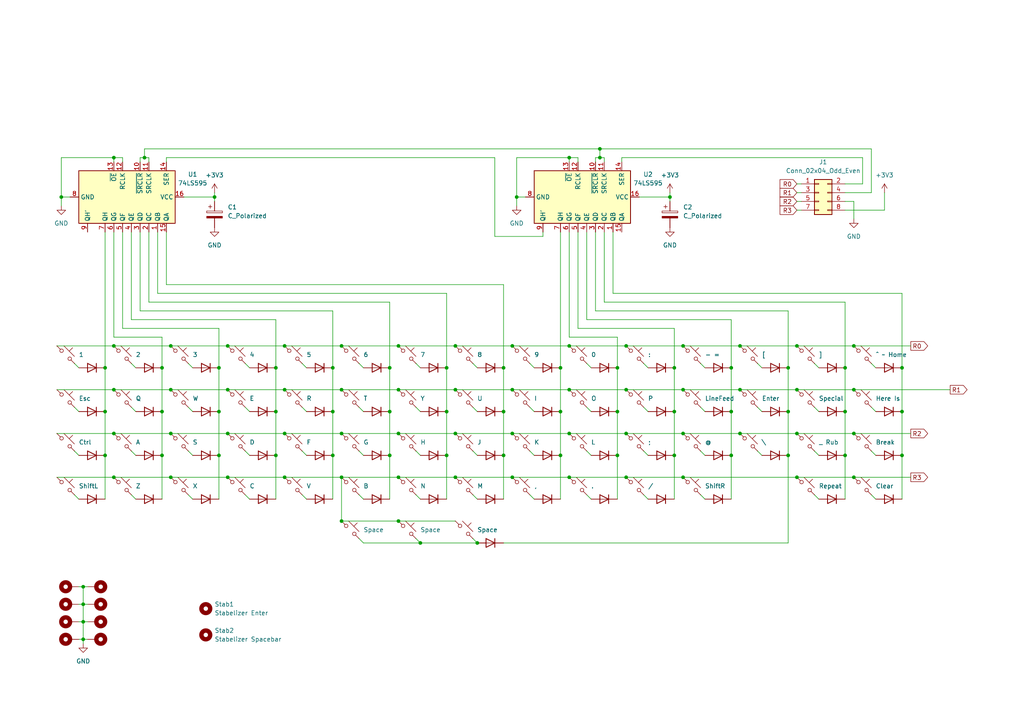
<source format=kicad_sch>
(kicad_sch (version 20211123) (generator eeschema)
  (paper "A4")
  (junction (at 33.02 100.33))
  (junction (at 162.56 106.68))
  (junction (at 148.59 113.03))
  (junction (at 96.52 106.68))
  (junction (at 146.05 106.68))
  (junction (at 247.65 138.43))
  (junction (at 24.13 175.26))
  (junction (at 24.13 170.18))
  (junction (at 115.57 113.03))
  (junction (at 148.59 125.73))
  (junction (at 82.55 113.03))
  (junction (at 132.08 138.43))
  (junction (at 261.62 106.68))
  (junction (at 212.09 132.08))
  (junction (at 99.06 125.73))
  (junction (at 165.1 45.72))
  (junction (at 165.1 113.03))
  (junction (at 96.52 119.38))
  (junction (at 63.5 106.68))
  (junction (at 49.53 100.33))
  (junction (at 82.55 100.33))
  (junction (at 99.06 151.13))
  (junction (at 121.92 157.48))
  (junction (at 149.86 57.15))
  (junction (at 181.61 113.03))
  (junction (at 245.11 106.68))
  (junction (at 214.63 125.73))
  (junction (at 99.06 113.03))
  (junction (at 80.01 119.38))
  (junction (at 66.04 100.33))
  (junction (at 132.08 125.73))
  (junction (at 63.5 119.38))
  (junction (at 129.54 106.68))
  (junction (at 113.03 119.38))
  (junction (at 228.6 119.38))
  (junction (at 228.6 132.08))
  (junction (at 179.07 106.68))
  (junction (at 162.56 119.38))
  (junction (at 33.02 45.72))
  (junction (at 132.08 100.33))
  (junction (at 66.04 125.73))
  (junction (at 30.48 106.68))
  (junction (at 165.1 138.43))
  (junction (at 49.53 138.43))
  (junction (at 148.59 138.43))
  (junction (at 30.48 119.38))
  (junction (at 66.04 113.03))
  (junction (at 24.13 180.34))
  (junction (at 115.57 125.73))
  (junction (at 17.78 57.15))
  (junction (at 173.99 43.18))
  (junction (at 181.61 138.43))
  (junction (at 195.58 106.68))
  (junction (at 181.61 100.33))
  (junction (at 115.57 100.33))
  (junction (at 198.12 100.33))
  (junction (at 173.99 45.72))
  (junction (at 115.57 151.13))
  (junction (at 41.91 45.72))
  (junction (at 162.56 132.08))
  (junction (at 146.05 132.08))
  (junction (at 33.02 125.73))
  (junction (at 247.65 113.03))
  (junction (at 46.99 132.08))
  (junction (at 231.14 100.33))
  (junction (at 247.65 125.73))
  (junction (at 99.06 100.33))
  (junction (at 198.12 113.03))
  (junction (at 49.53 125.73))
  (junction (at 129.54 119.38))
  (junction (at 179.07 132.08))
  (junction (at 247.65 100.33))
  (junction (at 195.58 119.38))
  (junction (at 231.14 113.03))
  (junction (at 24.13 185.42))
  (junction (at 46.99 119.38))
  (junction (at 66.04 138.43))
  (junction (at 181.61 125.73))
  (junction (at 212.09 119.38))
  (junction (at 214.63 100.33))
  (junction (at 132.08 113.03))
  (junction (at 245.11 132.08))
  (junction (at 261.62 132.08))
  (junction (at 165.1 125.73))
  (junction (at 62.23 57.15))
  (junction (at 231.14 125.73))
  (junction (at 80.01 106.68))
  (junction (at 195.58 132.08))
  (junction (at 82.55 138.43))
  (junction (at 228.6 106.68))
  (junction (at 148.59 100.33))
  (junction (at 99.06 138.43))
  (junction (at 212.09 106.68))
  (junction (at 115.57 138.43))
  (junction (at 129.54 132.08))
  (junction (at 82.55 125.73))
  (junction (at 261.62 119.38))
  (junction (at 245.11 119.38))
  (junction (at 198.12 125.73))
  (junction (at 113.03 132.08))
  (junction (at 231.14 138.43))
  (junction (at 96.52 132.08))
  (junction (at 30.48 132.08))
  (junction (at 46.99 106.68))
  (junction (at 33.02 113.03))
  (junction (at 194.31 57.15))
  (junction (at 33.02 138.43))
  (junction (at 198.12 138.43))
  (junction (at 165.1 100.33))
  (junction (at 80.01 132.08))
  (junction (at 146.05 119.38))
  (junction (at 113.03 106.68))
  (junction (at 49.53 113.03))
  (junction (at 214.63 113.03))
  (junction (at 179.07 119.38))
  (junction (at 138.43 157.48))
  (junction (at 63.5 132.08))
  (wire (pts (xy 172.72 45.72) (xy 173.99 45.72)))
  (wire (pts (xy 33.02 100.33) (xy 49.53 100.33)))
  (wire (pts (xy 137.16 105.41) (xy 138.43 106.68)))
  (wire (pts (xy 41.91 43.18) (xy 41.91 45.72)))
  (wire (pts (xy 212.09 92.71) (xy 212.09 106.68)))
  (wire (pts (xy 252.73 43.18) (xy 252.73 55.88)))
  (wire (pts (xy 38.1 118.11) (xy 39.37 119.38)))
  (wire (pts (xy 33.02 138.43) (xy 49.53 138.43)))
  (wire (pts (xy 71.12 118.11) (xy 72.39 119.38)))
  (wire (pts (xy 167.64 46.99) (xy 167.64 45.72)))
  (wire (pts (xy 113.03 106.68) (xy 113.03 119.38)))
  (wire (pts (xy 214.63 125.73) (xy 231.14 125.73)))
  (wire (pts (xy 82.55 125.73) (xy 99.06 125.73)))
  (wire (pts (xy 256.54 55.88) (xy 256.54 60.96)))
  (wire (pts (xy 261.62 119.38) (xy 261.62 132.08)))
  (wire (pts (xy 33.02 125.73) (xy 49.53 125.73)))
  (wire (pts (xy 252.73 105.41) (xy 254 106.68)))
  (wire (pts (xy 120.65 143.51) (xy 121.92 144.78)))
  (wire (pts (xy 212.09 106.68) (xy 212.09 119.38)))
  (wire (pts (xy 212.09 132.08) (xy 212.09 144.78)))
  (wire (pts (xy 96.52 132.08) (xy 96.52 144.78)))
  (wire (pts (xy 35.56 46.99) (xy 35.56 45.72)))
  (wire (pts (xy 120.65 156.21) (xy 121.92 157.48)))
  (wire (pts (xy 245.11 106.68) (xy 245.11 119.38)))
  (wire (pts (xy 236.22 118.11) (xy 237.49 119.38)))
  (wire (pts (xy 179.07 106.68) (xy 179.07 119.38)))
  (wire (pts (xy 104.14 156.21) (xy 105.41 157.48)))
  (wire (pts (xy 256.54 60.96) (xy 245.11 60.96)))
  (wire (pts (xy 99.06 113.03) (xy 115.57 113.03)))
  (wire (pts (xy 104.14 105.41) (xy 105.41 106.68)))
  (wire (pts (xy 22.86 170.18) (xy 24.13 170.18)))
  (wire (pts (xy 40.64 46.99) (xy 40.64 45.72)))
  (wire (pts (xy 172.72 67.31) (xy 172.72 90.17)))
  (wire (pts (xy 46.99 119.38) (xy 46.99 132.08)))
  (wire (pts (xy 185.42 57.15) (xy 194.31 57.15)))
  (wire (pts (xy 121.92 157.48) (xy 138.43 157.48)))
  (wire (pts (xy 54.61 130.81) (xy 55.88 132.08)))
  (wire (pts (xy 148.59 125.73) (xy 165.1 125.73)))
  (wire (pts (xy 203.2 130.81) (xy 204.47 132.08)))
  (wire (pts (xy 33.02 45.72) (xy 33.02 46.99)))
  (wire (pts (xy 167.64 95.25) (xy 195.58 95.25)))
  (wire (pts (xy 214.63 113.03) (xy 231.14 113.03)))
  (wire (pts (xy 245.11 58.42) (xy 247.65 58.42)))
  (wire (pts (xy 48.26 46.99) (xy 48.26 45.72)))
  (wire (pts (xy 149.86 57.15) (xy 152.4 57.15)))
  (wire (pts (xy 228.6 90.17) (xy 228.6 106.68)))
  (wire (pts (xy 181.61 113.03) (xy 198.12 113.03)))
  (wire (pts (xy 247.65 113.03) (xy 275.59 113.03)))
  (wire (pts (xy 137.16 130.81) (xy 138.43 132.08)))
  (wire (pts (xy 143.51 68.58) (xy 157.48 68.58)))
  (wire (pts (xy 17.78 57.15) (xy 17.78 59.69)))
  (wire (pts (xy 96.52 106.68) (xy 96.52 119.38)))
  (wire (pts (xy 17.78 57.15) (xy 20.32 57.15)))
  (wire (pts (xy 35.56 95.25) (xy 63.5 95.25)))
  (wire (pts (xy 203.2 105.41) (xy 204.47 106.68)))
  (wire (pts (xy 43.18 45.72) (xy 43.18 46.99)))
  (wire (pts (xy 148.59 100.33) (xy 165.1 100.33)))
  (wire (pts (xy 63.5 95.25) (xy 63.5 106.68)))
  (wire (pts (xy 236.22 105.41) (xy 237.49 106.68)))
  (wire (pts (xy 172.72 90.17) (xy 228.6 90.17)))
  (wire (pts (xy 82.55 138.43) (xy 99.06 138.43)))
  (wire (pts (xy 148.59 113.03) (xy 165.1 113.03)))
  (wire (pts (xy 30.48 106.68) (xy 30.48 119.38)))
  (wire (pts (xy 62.23 55.88) (xy 62.23 57.15)))
  (wire (pts (xy 38.1 92.71) (xy 80.01 92.71)))
  (wire (pts (xy 40.64 45.72) (xy 41.91 45.72)))
  (wire (pts (xy 49.53 125.73) (xy 66.04 125.73)))
  (wire (pts (xy 153.67 105.41) (xy 154.94 106.68)))
  (wire (pts (xy 71.12 130.81) (xy 72.39 132.08)))
  (wire (pts (xy 231.14 138.43) (xy 247.65 138.43)))
  (wire (pts (xy 48.26 82.55) (xy 146.05 82.55)))
  (wire (pts (xy 198.12 100.33) (xy 214.63 100.33)))
  (wire (pts (xy 113.03 119.38) (xy 113.03 132.08)))
  (wire (pts (xy 120.65 105.41) (xy 121.92 106.68)))
  (wire (pts (xy 175.26 67.31) (xy 175.26 87.63)))
  (wire (pts (xy 99.06 125.73) (xy 115.57 125.73)))
  (wire (pts (xy 186.69 105.41) (xy 187.96 106.68)))
  (wire (pts (xy 247.65 100.33) (xy 264.16 100.33)))
  (wire (pts (xy 115.57 151.13) (xy 132.08 151.13)))
  (wire (pts (xy 170.18 92.71) (xy 212.09 92.71)))
  (wire (pts (xy 153.67 143.51) (xy 154.94 144.78)))
  (wire (pts (xy 173.99 43.18) (xy 173.99 45.72)))
  (wire (pts (xy 214.63 100.33) (xy 231.14 100.33)))
  (wire (pts (xy 46.99 132.08) (xy 46.99 144.78)))
  (wire (pts (xy 33.02 113.03) (xy 49.53 113.03)))
  (wire (pts (xy 22.86 185.42) (xy 24.13 185.42)))
  (wire (pts (xy 179.07 97.79) (xy 179.07 106.68)))
  (wire (pts (xy 165.1 113.03) (xy 181.61 113.03)))
  (wire (pts (xy 261.62 85.09) (xy 261.62 106.68)))
  (wire (pts (xy 24.13 170.18) (xy 24.13 175.26)))
  (wire (pts (xy 146.05 106.68) (xy 146.05 119.38)))
  (wire (pts (xy 129.54 132.08) (xy 129.54 144.78)))
  (wire (pts (xy 105.41 157.48) (xy 121.92 157.48)))
  (wire (pts (xy 38.1 105.41) (xy 39.37 106.68)))
  (wire (pts (xy 63.5 106.68) (xy 63.5 119.38)))
  (wire (pts (xy 17.78 45.72) (xy 33.02 45.72)))
  (wire (pts (xy 16.51 125.73) (xy 33.02 125.73)))
  (wire (pts (xy 17.78 45.72) (xy 17.78 57.15)))
  (wire (pts (xy 228.6 132.08) (xy 228.6 157.48)))
  (wire (pts (xy 87.63 118.11) (xy 88.9 119.38)))
  (wire (pts (xy 252.73 118.11) (xy 254 119.38)))
  (wire (pts (xy 186.69 143.51) (xy 187.96 144.78)))
  (wire (pts (xy 120.65 118.11) (xy 121.92 119.38)))
  (wire (pts (xy 170.18 143.51) (xy 171.45 144.78)))
  (wire (pts (xy 120.65 130.81) (xy 121.92 132.08)))
  (wire (pts (xy 80.01 119.38) (xy 80.01 132.08)))
  (wire (pts (xy 46.99 106.68) (xy 46.99 119.38)))
  (wire (pts (xy 245.11 87.63) (xy 245.11 106.68)))
  (wire (pts (xy 162.56 106.68) (xy 162.56 119.38)))
  (wire (pts (xy 99.06 138.43) (xy 115.57 138.43)))
  (wire (pts (xy 38.1 143.51) (xy 39.37 144.78)))
  (wire (pts (xy 162.56 67.31) (xy 162.56 106.68)))
  (wire (pts (xy 186.69 118.11) (xy 187.96 119.38)))
  (wire (pts (xy 71.12 105.41) (xy 72.39 106.68)))
  (wire (pts (xy 62.23 57.15) (xy 62.23 58.42)))
  (wire (pts (xy 54.61 105.41) (xy 55.88 106.68)))
  (wire (pts (xy 48.26 82.55) (xy 48.26 67.31)))
  (wire (pts (xy 212.09 119.38) (xy 212.09 132.08)))
  (wire (pts (xy 231.14 55.88) (xy 232.41 55.88)))
  (wire (pts (xy 63.5 119.38) (xy 63.5 132.08)))
  (wire (pts (xy 146.05 119.38) (xy 146.05 132.08)))
  (wire (pts (xy 87.63 143.51) (xy 88.9 144.78)))
  (wire (pts (xy 137.16 143.51) (xy 138.43 144.78)))
  (wire (pts (xy 181.61 100.33) (xy 198.12 100.33)))
  (wire (pts (xy 33.02 97.79) (xy 46.99 97.79)))
  (wire (pts (xy 252.73 130.81) (xy 254 132.08)))
  (wire (pts (xy 228.6 106.68) (xy 228.6 119.38)))
  (wire (pts (xy 252.73 143.51) (xy 254 144.78)))
  (wire (pts (xy 129.54 119.38) (xy 129.54 132.08)))
  (wire (pts (xy 16.51 113.03) (xy 33.02 113.03)))
  (wire (pts (xy 115.57 125.73) (xy 132.08 125.73)))
  (wire (pts (xy 162.56 132.08) (xy 162.56 144.78)))
  (wire (pts (xy 33.02 67.31) (xy 33.02 97.79)))
  (wire (pts (xy 54.61 143.51) (xy 55.88 144.78)))
  (wire (pts (xy 53.34 57.15) (xy 62.23 57.15)))
  (wire (pts (xy 173.99 43.18) (xy 252.73 43.18)))
  (wire (pts (xy 228.6 119.38) (xy 228.6 132.08)))
  (wire (pts (xy 261.62 132.08) (xy 261.62 144.78)))
  (wire (pts (xy 231.14 53.34) (xy 232.41 53.34)))
  (wire (pts (xy 80.01 106.68) (xy 80.01 119.38)))
  (wire (pts (xy 261.62 106.68) (xy 261.62 119.38)))
  (wire (pts (xy 180.34 45.72) (xy 250.19 45.72)))
  (wire (pts (xy 54.61 118.11) (xy 55.88 119.38)))
  (wire (pts (xy 132.08 138.43) (xy 148.59 138.43)))
  (wire (pts (xy 177.8 85.09) (xy 261.62 85.09)))
  (wire (pts (xy 247.65 58.42) (xy 247.65 63.5)))
  (wire (pts (xy 71.12 143.51) (xy 72.39 144.78)))
  (wire (pts (xy 143.51 45.72) (xy 143.51 68.58)))
  (wire (pts (xy 149.86 57.15) (xy 149.86 59.69)))
  (wire (pts (xy 175.26 87.63) (xy 245.11 87.63)))
  (wire (pts (xy 165.1 125.73) (xy 181.61 125.73)))
  (wire (pts (xy 162.56 119.38) (xy 162.56 132.08)))
  (wire (pts (xy 247.65 138.43) (xy 264.16 138.43)))
  (wire (pts (xy 231.14 125.73) (xy 247.65 125.73)))
  (wire (pts (xy 250.19 45.72) (xy 250.19 53.34)))
  (wire (pts (xy 175.26 45.72) (xy 175.26 46.99)))
  (wire (pts (xy 25.4 175.26) (xy 24.13 175.26)))
  (wire (pts (xy 173.99 45.72) (xy 175.26 45.72)))
  (wire (pts (xy 25.4 180.34) (xy 24.13 180.34)))
  (wire (pts (xy 167.64 67.31) (xy 167.64 95.25)))
  (wire (pts (xy 30.48 119.38) (xy 30.48 132.08)))
  (wire (pts (xy 40.64 90.17) (xy 40.64 67.31)))
  (wire (pts (xy 245.11 53.34) (xy 250.19 53.34)))
  (wire (pts (xy 157.48 68.58) (xy 157.48 67.31)))
  (wire (pts (xy 41.91 45.72) (xy 43.18 45.72)))
  (wire (pts (xy 170.18 67.31) (xy 170.18 92.71)))
  (wire (pts (xy 236.22 143.51) (xy 237.49 144.78)))
  (wire (pts (xy 41.91 43.18) (xy 173.99 43.18)))
  (wire (pts (xy 179.07 132.08) (xy 179.07 144.78)))
  (wire (pts (xy 219.71 118.11) (xy 220.98 119.38)))
  (wire (pts (xy 132.08 100.33) (xy 148.59 100.33)))
  (wire (pts (xy 170.18 130.81) (xy 171.45 132.08)))
  (wire (pts (xy 165.1 45.72) (xy 167.64 45.72)))
  (wire (pts (xy 24.13 180.34) (xy 24.13 185.42)))
  (wire (pts (xy 38.1 130.81) (xy 39.37 132.08)))
  (wire (pts (xy 198.12 138.43) (xy 231.14 138.43)))
  (wire (pts (xy 195.58 132.08) (xy 195.58 144.78)))
  (wire (pts (xy 43.18 87.63) (xy 43.18 67.31)))
  (wire (pts (xy 21.59 130.81) (xy 22.86 132.08)))
  (wire (pts (xy 170.18 105.41) (xy 171.45 106.68)))
  (wire (pts (xy 46.99 97.79) (xy 46.99 106.68)))
  (wire (pts (xy 181.61 138.43) (xy 198.12 138.43)))
  (wire (pts (xy 203.2 143.51) (xy 204.47 144.78)))
  (wire (pts (xy 195.58 119.38) (xy 195.58 132.08)))
  (wire (pts (xy 148.59 138.43) (xy 165.1 138.43)))
  (wire (pts (xy 66.04 125.73) (xy 82.55 125.73)))
  (wire (pts (xy 25.4 170.18) (xy 24.13 170.18)))
  (wire (pts (xy 245.11 132.08) (xy 245.11 144.78)))
  (wire (pts (xy 25.4 185.42) (xy 24.13 185.42)))
  (wire (pts (xy 195.58 95.25) (xy 195.58 106.68)))
  (wire (pts (xy 129.54 106.68) (xy 129.54 119.38)))
  (wire (pts (xy 24.13 185.42) (xy 24.13 186.69)))
  (wire (pts (xy 132.08 125.73) (xy 148.59 125.73)))
  (wire (pts (xy 49.53 138.43) (xy 66.04 138.43)))
  (wire (pts (xy 87.63 130.81) (xy 88.9 132.08)))
  (wire (pts (xy 99.06 151.13) (xy 115.57 151.13)))
  (wire (pts (xy 186.69 130.81) (xy 187.96 132.08)))
  (wire (pts (xy 33.02 45.72) (xy 35.56 45.72)))
  (wire (pts (xy 198.12 113.03) (xy 214.63 113.03)))
  (wire (pts (xy 231.14 100.33) (xy 247.65 100.33)))
  (wire (pts (xy 66.04 138.43) (xy 82.55 138.43)))
  (wire (pts (xy 30.48 67.31) (xy 30.48 106.68)))
  (wire (pts (xy 219.71 130.81) (xy 220.98 132.08)))
  (wire (pts (xy 177.8 67.31) (xy 177.8 85.09)))
  (wire (pts (xy 165.1 67.31) (xy 165.1 97.79)))
  (wire (pts (xy 113.03 87.63) (xy 113.03 106.68)))
  (wire (pts (xy 99.06 100.33) (xy 115.57 100.33)))
  (wire (pts (xy 49.53 113.03) (xy 66.04 113.03)))
  (wire (pts (xy 129.54 85.09) (xy 129.54 106.68)))
  (wire (pts (xy 104.14 118.11) (xy 105.41 119.38)))
  (wire (pts (xy 132.08 113.03) (xy 148.59 113.03)))
  (wire (pts (xy 87.63 105.41) (xy 88.9 106.68)))
  (wire (pts (xy 115.57 113.03) (xy 132.08 113.03)))
  (wire (pts (xy 43.18 87.63) (xy 113.03 87.63)))
  (wire (pts (xy 21.59 143.51) (xy 22.86 144.78)))
  (wire (pts (xy 137.16 156.21) (xy 138.43 157.48)))
  (wire (pts (xy 198.12 125.73) (xy 214.63 125.73)))
  (wire (pts (xy 16.51 138.43) (xy 33.02 138.43)))
  (wire (pts (xy 82.55 113.03) (xy 99.06 113.03)))
  (wire (pts (xy 194.31 55.88) (xy 194.31 57.15)))
  (wire (pts (xy 35.56 95.25) (xy 35.56 67.31)))
  (wire (pts (xy 21.59 118.11) (xy 22.86 119.38)))
  (wire (pts (xy 22.86 175.26) (xy 24.13 175.26)))
  (wire (pts (xy 203.2 118.11) (xy 204.47 119.38)))
  (wire (pts (xy 146.05 132.08) (xy 146.05 144.78)))
  (wire (pts (xy 245.11 55.88) (xy 252.73 55.88)))
  (wire (pts (xy 30.48 132.08) (xy 30.48 144.78)))
  (wire (pts (xy 236.22 130.81) (xy 237.49 132.08)))
  (wire (pts (xy 228.6 157.48) (xy 146.05 157.48)))
  (wire (pts (xy 172.72 46.99) (xy 172.72 45.72)))
  (wire (pts (xy 21.59 105.41) (xy 22.86 106.68)))
  (wire (pts (xy 146.05 82.55) (xy 146.05 106.68)))
  (wire (pts (xy 99.06 138.43) (xy 99.06 151.13)))
  (wire (pts (xy 66.04 100.33) (xy 82.55 100.33)))
  (wire (pts (xy 113.03 132.08) (xy 113.03 144.78)))
  (wire (pts (xy 115.57 138.43) (xy 132.08 138.43)))
  (wire (pts (xy 16.51 100.33) (xy 33.02 100.33)))
  (wire (pts (xy 165.1 97.79) (xy 179.07 97.79)))
  (wire (pts (xy 45.72 85.09) (xy 129.54 85.09)))
  (wire (pts (xy 22.86 180.34) (xy 24.13 180.34)))
  (wire (pts (xy 231.14 58.42) (xy 232.41 58.42)))
  (wire (pts (xy 153.67 118.11) (xy 154.94 119.38)))
  (wire (pts (xy 38.1 92.71) (xy 38.1 67.31)))
  (wire (pts (xy 104.14 143.51) (xy 105.41 144.78)))
  (wire (pts (xy 219.71 105.41) (xy 220.98 106.68)))
  (wire (pts (xy 80.01 92.71) (xy 80.01 106.68)))
  (wire (pts (xy 247.65 125.73) (xy 264.16 125.73)))
  (wire (pts (xy 104.14 130.81) (xy 105.41 132.08)))
  (wire (pts (xy 80.01 132.08) (xy 80.01 144.78)))
  (wire (pts (xy 165.1 45.72) (xy 165.1 46.99)))
  (wire (pts (xy 96.52 119.38) (xy 96.52 132.08)))
  (wire (pts (xy 63.5 132.08) (xy 63.5 144.78)))
  (wire (pts (xy 115.57 100.33) (xy 132.08 100.33)))
  (wire (pts (xy 82.55 100.33) (xy 99.06 100.33)))
  (wire (pts (xy 149.86 45.72) (xy 165.1 45.72)))
  (wire (pts (xy 45.72 85.09) (xy 45.72 67.31)))
  (wire (pts (xy 66.04 113.03) (xy 82.55 113.03)))
  (wire (pts (xy 49.53 100.33) (xy 66.04 100.33)))
  (wire (pts (xy 40.64 90.17) (xy 96.52 90.17)))
  (wire (pts (xy 165.1 138.43) (xy 181.61 138.43)))
  (wire (pts (xy 231.14 113.03) (xy 247.65 113.03)))
  (wire (pts (xy 179.07 119.38) (xy 179.07 132.08)))
  (wire (pts (xy 137.16 118.11) (xy 138.43 119.38)))
  (wire (pts (xy 48.26 45.72) (xy 143.51 45.72)))
  (wire (pts (xy 96.52 90.17) (xy 96.52 106.68)))
  (wire (pts (xy 180.34 45.72) (xy 180.34 46.99)))
  (wire (pts (xy 170.18 118.11) (xy 171.45 119.38)))
  (wire (pts (xy 195.58 106.68) (xy 195.58 119.38)))
  (wire (pts (xy 231.14 60.96) (xy 232.41 60.96)))
  (wire (pts (xy 165.1 100.33) (xy 181.61 100.33)))
  (wire (pts (xy 149.86 45.72) (xy 149.86 57.15)))
  (wire (pts (xy 245.11 119.38) (xy 245.11 132.08)))
  (wire (pts (xy 24.13 175.26) (xy 24.13 180.34)))
  (wire (pts (xy 153.67 130.81) (xy 154.94 132.08)))
  (wire (pts (xy 194.31 57.15) (xy 194.31 58.42)))
  (wire (pts (xy 181.61 125.73) (xy 198.12 125.73)))
  (global_label "R0" (shape output) (at 264.16 100.33 0) (property "Intersheet References" "${INTERSHEET_REFS}" (effects hide)))
  (global_label "R0" (shape input) (at 231.14 53.34 180) (property "Intersheet References" "${INTERSHEET_REFS}" (effects hide)))
  (global_label "R1" (shape output) (at 275.59 113.03 0) (property "Intersheet References" "${INTERSHEET_REFS}" (effects hide)))
  (global_label "R2" (shape input) (at 231.14 58.42 180) (property "Intersheet References" "${INTERSHEET_REFS}" (effects hide)))
  (global_label "R1" (shape input) (at 231.14 55.88 180) (property "Intersheet References" "${INTERSHEET_REFS}" (effects hide)))
  (global_label "R3" (shape output) (at 264.16 138.43 0) (property "Intersheet References" "${INTERSHEET_REFS}" (effects hide)))
  (global_label "R2" (shape output) (at 264.16 125.73 0) (property "Intersheet References" "${INTERSHEET_REFS}" (effects hide)))
  (global_label "R3" (shape input) (at 231.14 60.96 180) (property "Intersheet References" "${INTERSHEET_REFS}" (effects hide)))
  (symbol (lib_id "Switch:SW_Push_45deg") (at 233.68 102.87 270) (mirror x) (unit 1)
    (property "Reference" "SW55" (effects hide))
    (property "Value" "]" (at 237.49 102.8699 90) (effects (justify left)))
    (property "Footprint" "Keys:SW_Hybrid_Cherry_MX_Alps_1.00u" (effects hide))
  )
  (symbol (lib_id "Diode:1N4148") (at 241.3 132.08 0) (mirror y) (unit 1)
    (property "Reference" "D54" (effects hide))
    (property "Value" "1N4148" (effects hide))
    (property "Footprint" "Diode_THT:D_DO-35_SOD27_P7.62mm_Horizontal" (effects hide))
    (property "Datasheet" "https://assets.nexperia.com/documents/data-sheet/1N4148_1N4448.pdf" (effects hide))
  )
  (symbol (lib_id "Diode:1N4148") (at 224.79 106.68 0) (mirror y) (unit 1)
    (property "Reference" "D50" (effects hide))
    (property "Value" "1N4148" (effects hide))
    (property "Footprint" "Diode_THT:D_DO-35_SOD27_P7.62mm_Horizontal" (effects hide))
    (property "Datasheet" "https://assets.nexperia.com/documents/data-sheet/1N4148_1N4448.pdf" (effects hide))
  )
  (symbol (lib_id "Switch:SW_Push_45deg") (at 233.68 115.57 270) (mirror x) (unit 1)
    (property "Reference" "SW62" (effects hide))
    (property "Value" "Special" (at 237.49 115.5699 90) (effects (justify left)))
    (property "Footprint" "Button_Switch_THT:SW_PUSH-12mm" (effects hide))
  )
  (symbol (lib_id "Switch:SW_Push_45deg") (at 200.66 115.57 270) (mirror x) (unit 1)
    (property "Reference" "SW49" (effects hide))
    (property "Value" "LineFeed" (at 204.47 115.5699 90) (effects (justify left)))
    (property "Footprint" "Keys:SW_Hybrid_Cherry_MX_Alps_1.00u" (effects hide))
  )
  (symbol (lib_id "Diode:1N4148") (at 191.77 106.68 0) (mirror y) (unit 1)
    (property "Reference" "D42" (effects hide))
    (property "Value" "1N4148" (effects hide))
    (property "Footprint" "Diode_THT:D_DO-35_SOD27_P7.62mm_Horizontal" (effects hide))
    (property "Datasheet" "https://assets.nexperia.com/documents/data-sheet/1N4148_1N4448.pdf" (effects hide))
  )
  (symbol (lib_id "Mechanical:MountingHole_Pad") (at 27.94 175.26 270) (unit 1)
    (property "Reference" "H7" (effects hide))
    (property "Value" "MountingHole_Pad" (effects hide))
    (property "Footprint" "MountingHole:MountingHole_3.2mm_M3_Pad_Via" (effects hide))
  )
  (symbol (lib_id "Switch:SW_Push_45deg") (at 52.07 128.27 270) (mirror x) (unit 1)
    (property "Reference" "SW11" (effects hide))
    (property "Value" "S" (at 55.88 128.2699 90) (effects (justify left)))
    (property "Footprint" "Keys:SW_Hybrid_Cherry_MX_Alps_1.00u" (effects hide))
  )
  (symbol (lib_id "Diode:1N4148") (at 191.77 144.78 0) (mirror y) (unit 1)
    (property "Reference" "D45" (effects hide))
    (property "Value" "1N4148" (effects hide))
    (property "Footprint" "Diode_THT:D_DO-35_SOD27_P7.62mm_Horizontal" (effects hide))
    (property "Datasheet" "https://assets.nexperia.com/documents/data-sheet/1N4148_1N4448.pdf" (effects hide))
  )
  (symbol (lib_id "Diode:1N4148") (at 43.18 106.68 0) (mirror y) (unit 1)
    (property "Reference" "D5" (effects hide))
    (property "Value" "1N4148" (effects hide))
    (property "Footprint" "Diode_THT:D_DO-35_SOD27_P7.62mm_Horizontal" (effects hide))
    (property "Datasheet" "https://assets.nexperia.com/documents/data-sheet/1N4148_1N4448.pdf" (effects hide))
  )
  (symbol (lib_id "Switch:SW_Push_45deg") (at 101.6 102.87 270) (mirror x) (unit 1)
    (property "Reference" "SW21" (effects hide))
    (property "Value" "6" (at 105.41 102.8699 90) (effects (justify left)))
    (property "Footprint" "Keys:SW_Hybrid_Cherry_MX_Alps_1.00u" (effects hide))
  )
  (symbol (lib_id "Diode:1N4148") (at 142.24 106.68 0) (mirror y) (unit 1)
    (property "Reference" "D29" (effects hide))
    (property "Value" "1N4148" (effects hide))
    (property "Footprint" "Diode_THT:D_DO-35_SOD27_P7.62mm_Horizontal" (effects hide))
    (property "Datasheet" "https://assets.nexperia.com/documents/data-sheet/1N4148_1N4448.pdf" (effects hide))
  )
  (symbol (lib_id "Switch:SW_Push_45deg") (at 101.6 140.97 270) (mirror x) (unit 1)
    (property "Reference" "SW24" (effects hide))
    (property "Value" "B" (at 105.41 140.9699 90) (effects (justify left)))
    (property "Footprint" "Keys:SW_Hybrid_Cherry_MX_Alps_1.00u" (effects hide))
  )
  (symbol (lib_id "Diode:1N4148") (at 43.18 144.78 0) (mirror y) (unit 1)
    (property "Reference" "D8" (effects hide))
    (property "Value" "1N4148" (effects hide))
    (property "Footprint" "Diode_THT:D_DO-35_SOD27_P7.62mm_Horizontal" (effects hide))
    (property "Datasheet" "https://assets.nexperia.com/documents/data-sheet/1N4148_1N4448.pdf" (effects hide))
  )
  (symbol (lib_id "Mechanical:MountingHole") (at 59.69 184.15 0) (unit 1)
    (property "Reference" "Stab2" (at 62.23 182.8799 0) (effects (justify left)))
    (property "Value" "Stabelizer Spacebar" (at 62.23 185.4199 0) (effects (justify left)))
    (property "Footprint" "KeysStable:Stabilizer_Cherry_MX_6.00u" (effects hide))
  )
  (symbol (lib_id "Switch:SW_Push_45deg") (at 217.17 102.87 270) (mirror x) (unit 1)
    (property "Reference" "SW52" (effects hide))
    (property "Value" "[" (at 220.98 102.8699 90) (effects (justify left)))
    (property "Footprint" "Keys:SW_Hybrid_Cherry_MX_Alps_1.00u" (effects hide))
  )
  (symbol (lib_id "Switch:SW_Push_45deg") (at 167.64 115.57 270) (mirror x) (unit 1)
    (property "Reference" "SW41" (effects hide))
    (property "Value" "O" (at 171.45 115.5699 90) (effects (justify left)))
    (property "Footprint" "Keys:SW_Hybrid_Cherry_MX_Alps_1.00u" (effects hide))
  )
  (symbol (lib_id "Switch:SW_Push_45deg") (at 250.19 102.87 270) (mirror x) (unit 1)
    (property "Reference" "SW58" (effects hide))
    (property "Value" "^ ~ Home" (at 254 102.8699 90) (effects (justify left)))
    (property "Footprint" "Keys:SW_Hybrid_Cherry_MX_Alps_1.00u" (effects hide))
  )
  (symbol (lib_id "Switch:SW_Push_45deg") (at 35.56 102.87 270) (mirror x) (unit 1)
    (property "Reference" "SW5" (effects hide))
    (property "Value" "2" (at 39.37 102.8699 90) (effects (justify left)))
    (property "Footprint" "Keys:SW_Hybrid_Cherry_MX_Alps_1.00u" (effects hide))
  )
  (symbol (lib_id "Diode:1N4148") (at 175.26 144.78 0) (mirror y) (unit 1)
    (property "Reference" "D41" (effects hide))
    (property "Value" "1N4148" (effects hide))
    (property "Footprint" "Diode_THT:D_DO-35_SOD27_P7.62mm_Horizontal" (effects hide))
    (property "Datasheet" "https://assets.nexperia.com/documents/data-sheet/1N4148_1N4448.pdf" (effects hide))
  )
  (symbol (lib_id "Diode:1N4148") (at 241.3 106.68 0) (mirror y) (unit 1)
    (property "Reference" "D53" (effects hide))
    (property "Value" "1N4148" (effects hide))
    (property "Footprint" "Diode_THT:D_DO-35_SOD27_P7.62mm_Horizontal" (effects hide))
    (property "Datasheet" "https://assets.nexperia.com/documents/data-sheet/1N4148_1N4448.pdf" (effects hide))
  )
  (symbol (lib_id "power:GND") (at 149.86 59.69 0) (unit 1)
    (property "Reference" "#PWR0101" (effects hide))
    (property "Value" "GND" (at 149.86 64.77 0))
  )
  (symbol (lib_id "Mechanical:MountingHole_Pad") (at 20.32 185.42 90) (unit 1)
    (property "Reference" "H5" (effects hide))
    (property "Value" "MountingHole_Pad" (effects hide))
    (property "Footprint" "MountingHole:MountingHole_3.2mm_M3_Pad_Via" (effects hide))
  )
  (symbol (lib_id "Diode:1N4148") (at 26.67 144.78 0) (mirror y) (unit 1)
    (property "Reference" "D4" (effects hide))
    (property "Value" "1N4148" (effects hide))
    (property "Footprint" "Diode_THT:D_DO-35_SOD27_P7.62mm_Horizontal" (effects hide))
    (property "Datasheet" "https://assets.nexperia.com/documents/data-sheet/1N4148_1N4448.pdf" (effects hide))
  )
  (symbol (lib_id "Diode:1N4148") (at 59.69 144.78 0) (mirror y) (unit 1)
    (property "Reference" "D12" (effects hide))
    (property "Value" "1N4148" (effects hide))
    (property "Footprint" "Diode_THT:D_DO-35_SOD27_P7.62mm_Horizontal" (effects hide))
    (property "Datasheet" "https://assets.nexperia.com/documents/data-sheet/1N4148_1N4448.pdf" (effects hide))
  )
  (symbol (lib_id "Mechanical:MountingHole_Pad") (at 20.32 170.18 90) (unit 1)
    (property "Reference" "H2" (effects hide))
    (property "Value" "MountingHole_Pad" (effects hide))
    (property "Footprint" "MountingHole:MountingHole_3.2mm_M3_Pad_Via" (effects hide))
  )
  (symbol (lib_id "Switch:SW_Push_45deg") (at 134.62 102.87 270) (mirror x) (unit 1)
    (property "Reference" "SW31" (effects hide))
    (property "Value" "8" (at 138.43 102.8699 90) (effects (justify left)))
    (property "Footprint" "Keys:SW_Hybrid_Cherry_MX_Alps_1.00u" (effects hide))
  )
  (symbol (lib_id "Switch:SW_Push_45deg") (at 101.6 115.57 270) (mirror x) (unit 1)
    (property "Reference" "SW22" (effects hide))
    (property "Value" "T" (at 105.41 115.5699 90) (effects (justify left)))
    (property "Footprint" "Keys:SW_Hybrid_Cherry_MX_Alps_1.00u" (effects hide))
  )
  (symbol (lib_id "power:+3V3") (at 194.31 55.88 0) (unit 1)
    (property "Reference" "#PWR0105" (effects hide))
    (property "Value" "+3V3" (at 194.31 50.8 0))
  )
  (symbol (lib_id "Switch:SW_Push_45deg") (at 85.09 140.97 270) (mirror x) (unit 1)
    (property "Reference" "SW20" (effects hide))
    (property "Value" "V" (at 88.9 140.9699 90) (effects (justify left)))
    (property "Footprint" "Keys:SW_Hybrid_Cherry_MX_Alps_1.00u" (effects hide))
  )
  (symbol (lib_id "Diode:1N4148") (at 26.67 106.68 0) (mirror y) (unit 1)
    (property "Reference" "D1" (effects hide))
    (property "Value" "1N4148" (effects hide))
    (property "Footprint" "Diode_THT:D_DO-35_SOD27_P7.62mm_Horizontal" (effects hide))
    (property "Datasheet" "https://assets.nexperia.com/documents/data-sheet/1N4148_1N4448.pdf" (effects hide))
  )
  (symbol (lib_id "Diode:1N4148") (at 92.71 119.38 0) (mirror y) (unit 1)
    (property "Reference" "D18" (effects hide))
    (property "Value" "1N4148" (effects hide))
    (property "Footprint" "Diode_THT:D_DO-35_SOD27_P7.62mm_Horizontal" (effects hide))
    (property "Datasheet" "https://assets.nexperia.com/documents/data-sheet/1N4148_1N4448.pdf" (effects hide))
  )
  (symbol (lib_id "Diode:1N4148") (at 92.71 144.78 0) (mirror y) (unit 1)
    (property "Reference" "D20" (effects hide))
    (property "Value" "1N4148" (effects hide))
    (property "Footprint" "Diode_THT:D_DO-35_SOD27_P7.62mm_Horizontal" (effects hide))
    (property "Datasheet" "https://assets.nexperia.com/documents/data-sheet/1N4148_1N4448.pdf" (effects hide))
  )
  (symbol (lib_id "Diode:1N4148") (at 175.26 119.38 0) (mirror y) (unit 1)
    (property "Reference" "D39" (effects hide))
    (property "Value" "1N4148" (effects hide))
    (property "Footprint" "Diode_THT:D_DO-35_SOD27_P7.62mm_Horizontal" (effects hide))
    (property "Datasheet" "https://assets.nexperia.com/documents/data-sheet/1N4148_1N4448.pdf" (effects hide))
  )
  (symbol (lib_id "Diode:1N4148") (at 76.2 132.08 0) (mirror y) (unit 1)
    (property "Reference" "D15" (effects hide))
    (property "Value" "1N4148" (effects hide))
    (property "Footprint" "Diode_THT:D_DO-35_SOD27_P7.62mm_Horizontal" (effects hide))
    (property "Datasheet" "https://assets.nexperia.com/documents/data-sheet/1N4148_1N4448.pdf" (effects hide))
  )
  (symbol (lib_id "Switch:SW_Push_45deg") (at 52.07 140.97 270) (mirror x) (unit 1)
    (property "Reference" "SW12" (effects hide))
    (property "Value" "X" (at 55.88 140.9699 90) (effects (justify left)))
    (property "Footprint" "Keys:SW_Hybrid_Cherry_MX_Alps_1.00u" (effects hide))
  )
  (symbol (lib_id "Switch:SW_Push_45deg") (at 118.11 153.67 270) (mirror x) (unit 1)
    (property "Reference" "SW30" (effects hide))
    (property "Value" "Space" (at 121.92 153.6699 90) (effects (justify left)))
    (property "Footprint" "Keys:SW_Hybrid_Cherry_MX_Alps_6.50u" (effects hide))
  )
  (symbol (lib_id "Diode:1N4148") (at 125.73 132.08 0) (mirror y) (unit 1)
    (property "Reference" "D27" (effects hide))
    (property "Value" "1N4148" (effects hide))
    (property "Footprint" "Diode_THT:D_DO-35_SOD27_P7.62mm_Horizontal" (effects hide))
    (property "Datasheet" "https://assets.nexperia.com/documents/data-sheet/1N4148_1N4448.pdf" (effects hide))
  )
  (symbol (lib_id "Diode:1N4148") (at 158.75 132.08 0) (mirror y) (unit 1)
    (property "Reference" "D36" (effects hide))
    (property "Value" "1N4148" (effects hide))
    (property "Footprint" "Diode_THT:D_DO-35_SOD27_P7.62mm_Horizontal" (effects hide))
    (property "Datasheet" "https://assets.nexperia.com/documents/data-sheet/1N4148_1N4448.pdf" (effects hide))
  )
  (symbol (lib_id "Diode:1N4148") (at 241.3 119.38 0) (mirror y) (unit 1)
    (property "Reference" "D60" (effects hide))
    (property "Value" "1N4148" (effects hide))
    (property "Footprint" "Diode_THT:D_DO-35_SOD27_P7.62mm_Horizontal" (effects hide))
    (property "Datasheet" "https://assets.nexperia.com/documents/data-sheet/1N4148_1N4448.pdf" (effects hide))
  )
  (symbol (lib_id "Switch:SW_Push_45deg") (at 85.09 115.57 270) (mirror x) (unit 1)
    (property "Reference" "SW18" (effects hide))
    (property "Value" "R" (at 88.9 115.5699 90) (effects (justify left)))
    (property "Footprint" "Keys:SW_Hybrid_Cherry_MX_Alps_1.00u" (effects hide))
  )
  (symbol (lib_id "Diode:1N4148") (at 257.81 119.38 0) (mirror y) (unit 1)
    (property "Reference" "D57" (effects hide))
    (property "Value" "1N4148" (effects hide))
    (property "Footprint" "Diode_THT:D_DO-35_SOD27_P7.62mm_Horizontal" (effects hide))
    (property "Datasheet" "https://assets.nexperia.com/documents/data-sheet/1N4148_1N4448.pdf" (effects hide))
  )
  (symbol (lib_id "Diode:1N4148") (at 26.67 132.08 0) (mirror y) (unit 1)
    (property "Reference" "D3" (effects hide))
    (property "Value" "1N4148" (effects hide))
    (property "Footprint" "Diode_THT:D_DO-35_SOD27_P7.62mm_Horizontal" (effects hide))
    (property "Datasheet" "https://assets.nexperia.com/documents/data-sheet/1N4148_1N4448.pdf" (effects hide))
  )
  (symbol (lib_id "power:GND") (at 17.78 59.69 0) (unit 1)
    (property "Reference" "#PWR0104" (effects hide))
    (property "Value" "GND" (at 17.78 64.77 0))
  )
  (symbol (lib_id "Switch:SW_Push_45deg") (at 167.64 140.97 270) (mirror x) (unit 1)
    (property "Reference" "SW43" (effects hide))
    (property "Value" "." (at 171.45 140.9699 90) (effects (justify left)))
    (property "Footprint" "Keys:SW_Hybrid_Cherry_MX_Alps_1.00u" (effects hide))
  )
  (symbol (lib_id "Switch:SW_Push_45deg") (at 250.19 128.27 270) (mirror x) (unit 1)
    (property "Reference" "SW60" (effects hide))
    (property "Value" "Break" (at 254 128.2699 90) (effects (justify left)))
    (property "Footprint" "Keys:SW_Hybrid_Cherry_MX_Alps_1.00u" (effects hide))
  )
  (symbol (lib_id "Switch:SW_Push_45deg") (at 19.05 115.57 270) (mirror x) (unit 1)
    (property "Reference" "SW2" (effects hide))
    (property "Value" "Esc" (at 22.86 115.5699 90) (effects (justify left)))
    (property "Footprint" "Keys:SW_Hybrid_Cherry_MX_Alps_1.00u" (effects hide))
  )
  (symbol (lib_id "Mechanical:MountingHole_Pad") (at 27.94 180.34 270) (unit 1)
    (property "Reference" "H8" (effects hide))
    (property "Value" "MountingHole_Pad" (effects hide))
    (property "Footprint" "MountingHole:MountingHole_3.2mm_M3_Pad_Via" (effects hide))
  )
  (symbol (lib_id "Mechanical:MountingHole_Pad") (at 27.94 185.42 270) (unit 1)
    (property "Reference" "H1" (effects hide))
    (property "Value" "MountingHole_Pad" (effects hide))
    (property "Footprint" "MountingHole:MountingHole_3.2mm_M3_Pad_Via" (effects hide))
  )
  (symbol (lib_id "Switch:SW_Push_45deg") (at 151.13 102.87 270) (mirror x) (unit 1)
    (property "Reference" "SW36" (effects hide))
    (property "Value" "9" (at 154.94 102.8699 90) (effects (justify left)))
    (property "Footprint" "Keys:SW_Hybrid_Cherry_MX_Alps_1.00u" (effects hide))
  )
  (symbol (lib_id "Switch:SW_Push_45deg") (at 52.07 115.57 270) (mirror x) (unit 1)
    (property "Reference" "SW10" (effects hide))
    (property "Value" "W" (at 55.88 115.5699 90) (effects (justify left)))
    (property "Footprint" "Keys:SW_Hybrid_Cherry_MX_Alps_1.00u" (effects hide))
  )
  (symbol (lib_id "Switch:SW_Push_45deg") (at 118.11 128.27 270) (mirror x) (unit 1)
    (property "Reference" "SW28" (effects hide))
    (property "Value" "H" (at 121.92 128.2699 90) (effects (justify left)))
    (property "Footprint" "Keys:SW_Hybrid_Cherry_MX_Alps_1.00u" (effects hide))
  )
  (symbol (lib_id "Diode:1N4148") (at 224.79 119.38 0) (mirror y) (unit 1)
    (property "Reference" "D51" (effects hide))
    (property "Value" "1N4148" (effects hide))
    (property "Footprint" "Diode_THT:D_DO-35_SOD27_P7.62mm_Horizontal" (effects hide))
    (property "Datasheet" "https://assets.nexperia.com/documents/data-sheet/1N4148_1N4448.pdf" (effects hide))
  )
  (symbol (lib_id "Diode:1N4148") (at 76.2 119.38 0) (mirror y) (unit 1)
    (property "Reference" "D14" (effects hide))
    (property "Value" "1N4148" (effects hide))
    (property "Footprint" "Diode_THT:D_DO-35_SOD27_P7.62mm_Horizontal" (effects hide))
    (property "Datasheet" "https://assets.nexperia.com/documents/data-sheet/1N4148_1N4448.pdf" (effects hide))
  )
  (symbol (lib_id "Diode:1N4148") (at 257.81 106.68 0) (mirror y) (unit 1)
    (property "Reference" "D56" (effects hide))
    (property "Value" "1N4148" (effects hide))
    (property "Footprint" "Diode_THT:D_DO-35_SOD27_P7.62mm_Horizontal" (effects hide))
    (property "Datasheet" "https://assets.nexperia.com/documents/data-sheet/1N4148_1N4448.pdf" (effects hide))
  )
  (symbol (lib_id "Diode:1N4148") (at 142.24 119.38 0) (mirror y) (unit 1)
    (property "Reference" "D30" (effects hide))
    (property "Value" "1N4148" (effects hide))
    (property "Footprint" "Diode_THT:D_DO-35_SOD27_P7.62mm_Horizontal" (effects hide))
    (property "Datasheet" "https://assets.nexperia.com/documents/data-sheet/1N4148_1N4448.pdf" (effects hide))
  )
  (symbol (lib_id "Switch:SW_Push_45deg") (at 85.09 128.27 270) (mirror x) (unit 1)
    (property "Reference" "SW19" (effects hide))
    (property "Value" "F" (at 88.9 128.2699 90) (effects (justify left)))
    (property "Footprint" "Keys:SW_Hybrid_Cherry_MX_Alps_1.00u" (effects hide))
  )
  (symbol (lib_id "Diode:1N4148") (at 76.2 106.68 0) (mirror y) (unit 1)
    (property "Reference" "D13" (effects hide))
    (property "Value" "1N4148" (effects hide))
    (property "Footprint" "Diode_THT:D_DO-35_SOD27_P7.62mm_Horizontal" (effects hide))
    (property "Datasheet" "https://assets.nexperia.com/documents/data-sheet/1N4148_1N4448.pdf" (effects hide))
  )
  (symbol (lib_id "Switch:SW_Push_45deg") (at 151.13 115.57 270) (mirror x) (unit 1)
    (property "Reference" "SW37" (effects hide))
    (property "Value" "I" (at 154.94 115.5699 90) (effects (justify left)))
    (property "Footprint" "Keys:SW_Hybrid_Cherry_MX_Alps_1.00u" (effects hide))
  )
  (symbol (lib_id "Diode:1N4148") (at 208.28 106.68 0) (mirror y) (unit 1)
    (property "Reference" "D46" (effects hide))
    (property "Value" "1N4148" (effects hide))
    (property "Footprint" "Diode_THT:D_DO-35_SOD27_P7.62mm_Horizontal" (effects hide))
    (property "Datasheet" "https://assets.nexperia.com/documents/data-sheet/1N4148_1N4448.pdf" (effects hide))
  )
  (symbol (lib_id "Mechanical:MountingHole_Pad") (at 20.32 175.26 90) (unit 1)
    (property "Reference" "H3" (effects hide))
    (property "Value" "MountingHole_Pad" (effects hide))
    (property "Footprint" "MountingHole:MountingHole_3.2mm_M3_Pad_Via" (effects hide))
  )
  (symbol (lib_id "Diode:1N4148") (at 175.26 106.68 0) (mirror y) (unit 1)
    (property "Reference" "D38" (effects hide))
    (property "Value" "1N4148" (effects hide))
    (property "Footprint" "Diode_THT:D_DO-35_SOD27_P7.62mm_Horizontal" (effects hide))
    (property "Datasheet" "https://assets.nexperia.com/documents/data-sheet/1N4148_1N4448.pdf" (effects hide))
  )
  (symbol (lib_id "Diode:1N4148") (at 158.75 144.78 0) (mirror y) (unit 1)
    (property "Reference" "D37" (effects hide))
    (property "Value" "1N4148" (effects hide))
    (property "Footprint" "Diode_THT:D_DO-35_SOD27_P7.62mm_Horizontal" (effects hide))
    (property "Datasheet" "https://assets.nexperia.com/documents/data-sheet/1N4148_1N4448.pdf" (effects hide))
  )
  (symbol (lib_id "Mechanical:MountingHole") (at 59.69 176.53 0) (unit 1)
    (property "Reference" "Stab1" (at 62.23 175.2599 0) (effects (justify left)))
    (property "Value" "Stabelizer Enter" (at 62.23 177.7999 0) (effects (justify left)))
    (property "Footprint" "KeysStable:Stabilizer_Cherry_MX_2.00u" (effects hide))
  )
  (symbol (lib_id "Diode:1N4148") (at 208.28 144.78 0) (mirror y) (unit 1)
    (property "Reference" "D49" (effects hide))
    (property "Value" "1N4148" (effects hide))
    (property "Footprint" "Diode_THT:D_DO-35_SOD27_P7.62mm_Horizontal" (effects hide))
    (property "Datasheet" "https://assets.nexperia.com/documents/data-sheet/1N4148_1N4448.pdf" (effects hide))
  )
  (symbol (lib_id "Switch:SW_Push_45deg") (at 167.64 128.27 270) (mirror x) (unit 1)
    (property "Reference" "SW42" (effects hide))
    (property "Value" "L" (at 171.45 128.2699 90) (effects (justify left)))
    (property "Footprint" "Keys:SW_Hybrid_Cherry_MX_Alps_1.00u" (effects hide))
  )
  (symbol (lib_id "Diode:1N4148") (at 191.77 119.38 0) (mirror y) (unit 1)
    (property "Reference" "D43" (effects hide))
    (property "Value" "1N4148" (effects hide))
    (property "Footprint" "Diode_THT:D_DO-35_SOD27_P7.62mm_Horizontal" (effects hide))
    (property "Datasheet" "https://assets.nexperia.com/documents/data-sheet/1N4148_1N4448.pdf" (effects hide))
  )
  (symbol (lib_id "Diode:1N4148") (at 92.71 106.68 0) (mirror y) (unit 1)
    (property "Reference" "D17" (effects hide))
    (property "Value" "1N4148" (effects hide))
    (property "Footprint" "Diode_THT:D_DO-35_SOD27_P7.62mm_Horizontal" (effects hide))
    (property "Datasheet" "https://assets.nexperia.com/documents/data-sheet/1N4148_1N4448.pdf" (effects hide))
  )
  (symbol (lib_id "Switch:SW_Push_45deg") (at 118.11 102.87 270) (mirror x) (unit 1)
    (property "Reference" "SW26" (effects hide))
    (property "Value" "7" (at 121.92 102.8699 90) (effects (justify left)))
    (property "Footprint" "Keys:SW_Hybrid_Cherry_MX_Alps_1.00u" (effects hide))
  )
  (symbol (lib_id "Switch:SW_Push_45deg") (at 250.19 140.97 270) (mirror x) (unit 1)
    (property "Reference" "SW61" (effects hide))
    (property "Value" "Clear" (at 254 140.9699 90) (effects (justify left)))
    (property "Footprint" "Keys:SW_Hybrid_Cherry_MX_Alps_1.00u" (effects hide))
  )
  (symbol (lib_id "Switch:SW_Push_45deg") (at 233.68 128.27 270) (mirror x) (unit 1)
    (property "Reference" "SW56" (effects hide))
    (property "Value" "_ Rub" (at 237.49 128.2699 90) (effects (justify left)))
    (property "Footprint" "Keys:SW_Hybrid_Cherry_MX_Alps_1.00u" (effects hide))
  )
  (symbol (lib_id "74xx:74LS595") (at 38.1 57.15 270) (unit 1)
    (property "Reference" "U1" (at 55.88 50.5712 90))
    (property "Value" "74LS595" (at 55.88 53.1112 90))
    (property "Footprint" "Package_DIP:DIP-16_W7.62mm_Socket" (effects hide))
    (property "Datasheet" "http://www.ti.com/lit/gpn/sn74ls595" (effects hide))
  )
  (symbol (lib_id "Diode:1N4148") (at 125.73 106.68 0) (mirror y) (unit 1)
    (property "Reference" "D25" (effects hide))
    (property "Value" "1N4148" (effects hide))
    (property "Footprint" "Diode_THT:D_DO-35_SOD27_P7.62mm_Horizontal" (effects hide))
    (property "Datasheet" "https://assets.nexperia.com/documents/data-sheet/1N4148_1N4448.pdf" (effects hide))
  )
  (symbol (lib_id "Switch:SW_Push_45deg") (at 101.6 153.67 270) (mirror x) (unit 1)
    (property "Reference" "SW25" (effects hide))
    (property "Value" "Space" (at 105.41 153.6699 90) (effects (justify left)))
    (property "Footprint" "Keys:SW_Hybrid_Cherry_MX_Alps_1.50u" (effects hide))
  )
  (symbol (lib_id "Connector_Generic:Conn_02x04_Odd_Even") (at 237.49 55.88 0) (unit 1)
    (property "Reference" "J1" (at 238.76 46.99 0))
    (property "Value" "Conn_02x04_Odd_Even" (at 238.76 49.53 0))
    (property "Footprint" "Connector_IDC:IDC-Header_2x04_P2.54mm_Vertical" (effects hide))
  )
  (symbol (lib_id "Switch:SW_Push_45deg") (at 19.05 102.87 270) (mirror x) (unit 1)
    (property "Reference" "SW1" (effects hide))
    (property "Value" "1" (at 22.86 102.8699 90) (effects (justify left)))
    (property "Footprint" "Keys:SW_Hybrid_Cherry_MX_Alps_1.00u" (effects hide))
  )
  (symbol (lib_id "Switch:SW_Push_45deg") (at 184.15 115.57 270) (mirror x) (unit 1)
    (property "Reference" "SW45" (effects hide))
    (property "Value" "P" (at 187.96 115.5699 90) (effects (justify left)))
    (property "Footprint" "Keys:SW_Hybrid_Cherry_MX_Alps_1.00u" (effects hide))
  )
  (symbol (lib_id "Diode:1N4148") (at 92.71 132.08 0) (mirror y) (unit 1)
    (property "Reference" "D19" (effects hide))
    (property "Value" "1N4148" (effects hide))
    (property "Footprint" "Diode_THT:D_DO-35_SOD27_P7.62mm_Horizontal" (effects hide))
    (property "Datasheet" "https://assets.nexperia.com/documents/data-sheet/1N4148_1N4448.pdf" (effects hide))
  )
  (symbol (lib_id "Switch:SW_Push_45deg") (at 184.15 128.27 270) (mirror x) (unit 1)
    (property "Reference" "SW46" (effects hide))
    (property "Value" ";" (at 187.96 128.2699 90) (effects (justify left)))
    (property "Footprint" "Keys:SW_Hybrid_Cherry_MX_Alps_1.00u" (effects hide))
  )
  (symbol (lib_id "Switch:SW_Push_45deg") (at 151.13 128.27 270) (mirror x) (unit 1)
    (property "Reference" "SW38" (effects hide))
    (property "Value" "K" (at 154.94 128.2699 90) (effects (justify left)))
    (property "Footprint" "Keys:SW_Hybrid_Cherry_MX_Alps_1.00u" (effects hide))
  )
  (symbol (lib_id "power:+3V3") (at 62.23 55.88 0) (unit 1)
    (property "Reference" "#PWR0103" (effects hide))
    (property "Value" "+3V3" (at 62.23 50.8 0))
  )
  (symbol (lib_id "Diode:1N4148") (at 109.22 106.68 0) (mirror y) (unit 1)
    (property "Reference" "D21" (effects hide))
    (property "Value" "1N4148" (effects hide))
    (property "Footprint" "Diode_THT:D_DO-35_SOD27_P7.62mm_Horizontal" (effects hide))
    (property "Datasheet" "https://assets.nexperia.com/documents/data-sheet/1N4148_1N4448.pdf" (effects hide))
  )
  (symbol (lib_id "Switch:SW_Push_45deg") (at 85.09 102.87 270) (mirror x) (unit 1)
    (property "Reference" "SW17" (effects hide))
    (property "Value" "5" (at 88.9 102.8699 90) (effects (justify left)))
    (property "Footprint" "Keys:SW_Hybrid_Cherry_MX_Alps_1.00u" (effects hide))
  )
  (symbol (lib_id "Switch:SW_Push_45deg") (at 134.62 115.57 270) (mirror x) (unit 1)
    (property "Reference" "SW32" (effects hide))
    (property "Value" "U" (at 138.43 115.5699 90) (effects (justify left)))
    (property "Footprint" "Keys:SW_Hybrid_Cherry_MX_Alps_1.00u" (effects hide))
  )
  (symbol (lib_id "Switch:SW_Push_45deg") (at 101.6 128.27 270) (mirror x) (unit 1)
    (property "Reference" "SW23" (effects hide))
    (property "Value" "G" (at 105.41 128.2699 90) (effects (justify left)))
    (property "Footprint" "Keys:SW_Hybrid_Cherry_MX_Alps_1.00u" (effects hide))
  )
  (symbol (lib_id "Switch:SW_Push_45deg") (at 19.05 140.97 270) (mirror x) (unit 1)
    (property "Reference" "SW4" (effects hide))
    (property "Value" "ShiftL" (at 22.86 140.9699 90) (effects (justify left)))
    (property "Footprint" "Keys:SW_Hybrid_Cherry_MX_Alps_1.50u" (effects hide))
  )
  (symbol (lib_id "74xx:74LS595") (at 170.18 57.15 270) (unit 1)
    (property "Reference" "U2" (at 187.96 50.5712 90))
    (property "Value" "74LS595" (at 187.96 53.1112 90))
    (property "Footprint" "Package_DIP:DIP-16_W7.62mm_Socket" (effects hide))
    (property "Datasheet" "http://www.ti.com/lit/gpn/sn74ls595" (effects hide))
  )
  (symbol (lib_id "Diode:1N4148") (at 109.22 132.08 0) (mirror y) (unit 1)
    (property "Reference" "D23" (effects hide))
    (property "Value" "1N4148" (effects hide))
    (property "Footprint" "Diode_THT:D_DO-35_SOD27_P7.62mm_Horizontal" (effects hide))
    (property "Datasheet" "https://assets.nexperia.com/documents/data-sheet/1N4148_1N4448.pdf" (effects hide))
  )
  (symbol (lib_id "Diode:1N4148") (at 142.24 132.08 0) (mirror y) (unit 1)
    (property "Reference" "D31" (effects hide))
    (property "Value" "1N4148" (effects hide))
    (property "Footprint" "Diode_THT:D_DO-35_SOD27_P7.62mm_Horizontal" (effects hide))
    (property "Datasheet" "https://assets.nexperia.com/documents/data-sheet/1N4148_1N4448.pdf" (effects hide))
  )
  (symbol (lib_id "Mechanical:MountingHole_Pad") (at 27.94 170.18 270) (unit 1)
    (property "Reference" "H6" (effects hide))
    (property "Value" "MountingHole_Pad" (effects hide))
    (property "Footprint" "MountingHole:MountingHole_3.2mm_M3_Pad_Via" (effects hide))
  )
  (symbol (lib_id "Switch:SW_Push_45deg") (at 184.15 102.87 270) (mirror x) (unit 1)
    (property "Reference" "SW44" (effects hide))
    (property "Value" ":" (at 187.96 102.8699 90) (effects (justify left)))
    (property "Footprint" "Keys:SW_Hybrid_Cherry_MX_Alps_1.00u" (effects hide))
  )
  (symbol (lib_id "power:GND") (at 194.31 66.04 0) (unit 1)
    (property "Reference" "#PWR0106" (effects hide))
    (property "Value" "GND" (at 194.31 71.12 0))
  )
  (symbol (lib_id "Switch:SW_Push_45deg") (at 118.11 115.57 270) (mirror x) (unit 1)
    (property "Reference" "SW27" (effects hide))
    (property "Value" "Y" (at 121.92 115.5699 90) (effects (justify left)))
    (property "Footprint" "Keys:SW_Hybrid_Cherry_MX_Alps_1.00u" (effects hide))
  )
  (symbol (lib_id "Diode:1N4148") (at 59.69 106.68 0) (mirror y) (unit 1)
    (property "Reference" "D9" (effects hide))
    (property "Value" "1N4148" (effects hide))
    (property "Footprint" "Diode_THT:D_DO-35_SOD27_P7.62mm_Horizontal" (effects hide))
    (property "Datasheet" "https://assets.nexperia.com/documents/data-sheet/1N4148_1N4448.pdf" (effects hide))
  )
  (symbol (lib_id "Diode:1N4148") (at 158.75 106.68 0) (mirror y) (unit 1)
    (property "Reference" "D34" (effects hide))
    (property "Value" "1N4148" (effects hide))
    (property "Footprint" "Diode_THT:D_DO-35_SOD27_P7.62mm_Horizontal" (effects hide))
    (property "Datasheet" "https://assets.nexperia.com/documents/data-sheet/1N4148_1N4448.pdf" (effects hide))
  )
  (symbol (lib_id "Switch:SW_Push_45deg") (at 68.58 115.57 270) (mirror x) (unit 1)
    (property "Reference" "SW14" (effects hide))
    (property "Value" "E" (at 72.39 115.5699 90) (effects (justify left)))
    (property "Footprint" "Keys:SW_Hybrid_Cherry_MX_Alps_1.00u" (effects hide))
  )
  (symbol (lib_id "Switch:SW_Push_45deg") (at 217.17 115.57 270) (mirror x) (unit 1)
    (property "Reference" "SW53" (effects hide))
    (property "Value" "Enter" (at 220.98 115.5699 90) (effects (justify left)))
    (property "Footprint" "Keys:SW_Hybrid_Cherry_MX_Alps_2.00u" (effects hide))
  )
  (symbol (lib_id "Switch:SW_Push_45deg") (at 52.07 102.87 270) (mirror x) (unit 1)
    (property "Reference" "SW9" (effects hide))
    (property "Value" "3" (at 55.88 102.8699 90) (effects (justify left)))
    (property "Footprint" "Keys:SW_Hybrid_Cherry_MX_Alps_1.00u" (effects hide))
  )
  (symbol (lib_id "Diode:1N4148") (at 142.24 157.48 0) (mirror y) (unit 1)
    (property "Reference" "D33" (effects hide))
    (property "Value" "1N4148" (effects hide))
    (property "Footprint" "Diode_THT:D_DO-35_SOD27_P7.62mm_Horizontal" (effects hide))
    (property "Datasheet" "https://assets.nexperia.com/documents/data-sheet/1N4148_1N4448.pdf" (effects hide))
  )
  (symbol (lib_id "Switch:SW_Push_45deg") (at 134.62 153.67 270) (mirror x) (unit 1)
    (property "Reference" "SW35" (effects hide))
    (property "Value" "Space" (at 138.43 153.6699 90) (effects (justify left)))
    (property "Footprint" "Keys:SW_Hybrid_Cherry_MX_Alps_1.50u" (effects hide))
  )
  (symbol (lib_id "Diode:1N4148") (at 125.73 119.38 0) (mirror y) (unit 1)
    (property "Reference" "D26" (effects hide))
    (property "Value" "1N4148" (effects hide))
    (property "Footprint" "Diode_THT:D_DO-35_SOD27_P7.62mm_Horizontal" (effects hide))
    (property "Datasheet" "https://assets.nexperia.com/documents/data-sheet/1N4148_1N4448.pdf" (effects hide))
  )
  (symbol (lib_id "power:GND") (at 62.23 66.04 0) (unit 1)
    (property "Reference" "#PWR0102" (effects hide))
    (property "Value" "GND" (at 62.23 71.12 0))
  )
  (symbol (lib_id "Switch:SW_Push_45deg") (at 68.58 128.27 270) (mirror x) (unit 1)
    (property "Reference" "SW15" (effects hide))
    (property "Value" "D" (at 72.39 128.2699 90) (effects (justify left)))
    (property "Footprint" "Keys:SW_Hybrid_Cherry_MX_Alps_1.00u" (effects hide))
  )
  (symbol (lib_id "Diode:1N4148") (at 76.2 144.78 0) (mirror y) (unit 1)
    (property "Reference" "D16" (effects hide))
    (property "Value" "1N4148" (effects hide))
    (property "Footprint" "Diode_THT:D_DO-35_SOD27_P7.62mm_Horizontal" (effects hide))
    (property "Datasheet" "https://assets.nexperia.com/documents/data-sheet/1N4148_1N4448.pdf" (effects hide))
  )
  (symbol (lib_id "Switch:SW_Push_45deg") (at 134.62 140.97 270) (mirror x) (unit 1)
    (property "Reference" "SW34" (effects hide))
    (property "Value" "M" (at 138.43 140.9699 90) (effects (justify left)))
    (property "Footprint" "Keys:SW_Hybrid_Cherry_MX_Alps_1.00u" (effects hide))
  )
  (symbol (lib_id "Switch:SW_Push_45deg") (at 68.58 102.87 270) (mirror x) (unit 1)
    (property "Reference" "SW13" (effects hide))
    (property "Value" "4" (at 72.39 102.8699 90) (effects (justify left)))
    (property "Footprint" "Keys:SW_Hybrid_Cherry_MX_Alps_1.00u" (effects hide))
  )
  (symbol (lib_id "Switch:SW_Push_45deg") (at 200.66 128.27 270) (mirror x) (unit 1)
    (property "Reference" "SW50" (effects hide))
    (property "Value" "@" (at 204.47 128.2699 90) (effects (justify left)))
    (property "Footprint" "Keys:SW_Hybrid_Cherry_MX_Alps_1.00u" (effects hide))
  )
  (symbol (lib_id "Diode:1N4148") (at 208.28 132.08 0) (mirror y) (unit 1)
    (property "Reference" "D48" (effects hide))
    (property "Value" "1N4148" (effects hide))
    (property "Footprint" "Diode_THT:D_DO-35_SOD27_P7.62mm_Horizontal" (effects hide))
    (property "Datasheet" "https://assets.nexperia.com/documents/data-sheet/1N4148_1N4448.pdf" (effects hide))
  )
  (symbol (lib_id "Diode:1N4148") (at 257.81 132.08 0) (mirror y) (unit 1)
    (property "Reference" "D58" (effects hide))
    (property "Value" "1N4148" (effects hide))
    (property "Footprint" "Diode_THT:D_DO-35_SOD27_P7.62mm_Horizontal" (effects hide))
    (property "Datasheet" "https://assets.nexperia.com/documents/data-sheet/1N4148_1N4448.pdf" (effects hide))
  )
  (symbol (lib_id "Diode:1N4148") (at 241.3 144.78 0) (mirror y) (unit 1)
    (property "Reference" "D55" (effects hide))
    (property "Value" "1N4148" (effects hide))
    (property "Footprint" "Diode_THT:D_DO-35_SOD27_P7.62mm_Horizontal" (effects hide))
    (property "Datasheet" "https://assets.nexperia.com/documents/data-sheet/1N4148_1N4448.pdf" (effects hide))
  )
  (symbol (lib_id "Switch:SW_Push_45deg") (at 250.19 115.57 270) (mirror x) (unit 1)
    (property "Reference" "SW59" (effects hide))
    (property "Value" "Here Is" (at 254 115.5699 90) (effects (justify left)))
    (property "Footprint" "Keys:SW_Hybrid_Cherry_MX_Alps_1.00u" (effects hide))
  )
  (symbol (lib_id "Device:C_Polarized") (at 62.23 62.23 0) (unit 1)
    (property "Reference" "C1" (at 66.04 60.0709 0) (effects (justify left)))
    (property "Value" "C_Polarized" (at 66.04 62.6109 0) (effects (justify left)))
    (property "Footprint" "Capacitor_THT:CP_Radial_D7.5mm_P2.50mm" (effects hide))
  )
  (symbol (lib_id "power:GND") (at 247.65 63.5 0) (unit 1)
    (property "Reference" "#PWR0108" (effects hide))
    (property "Value" "GND" (at 247.65 68.58 0))
  )
  (symbol (lib_id "Switch:SW_Push_45deg") (at 233.68 140.97 270) (mirror x) (unit 1)
    (property "Reference" "SW57" (effects hide))
    (property "Value" "Repeat" (at 237.49 140.9699 90) (effects (justify left)))
    (property "Footprint" "Keys:SW_Hybrid_Cherry_MX_Alps_1.00u" (effects hide))
  )
  (symbol (lib_id "power:GND") (at 24.13 186.69 0) (unit 1)
    (property "Reference" "#PWR0107" (effects hide))
    (property "Value" "GND" (at 24.13 191.77 0))
  )
  (symbol (lib_id "Diode:1N4148") (at 26.67 119.38 0) (mirror y) (unit 1)
    (property "Reference" "D2" (effects hide))
    (property "Value" "1N4148" (effects hide))
    (property "Footprint" "Diode_THT:D_DO-35_SOD27_P7.62mm_Horizontal" (effects hide))
    (property "Datasheet" "https://assets.nexperia.com/documents/data-sheet/1N4148_1N4448.pdf" (effects hide))
  )
  (symbol (lib_id "Diode:1N4148") (at 158.75 119.38 0) (mirror y) (unit 1)
    (property "Reference" "D35" (effects hide))
    (property "Value" "1N4148" (effects hide))
    (property "Footprint" "Diode_THT:D_DO-35_SOD27_P7.62mm_Horizontal" (effects hide))
    (property "Datasheet" "https://assets.nexperia.com/documents/data-sheet/1N4148_1N4448.pdf" (effects hide))
  )
  (symbol (lib_id "Diode:1N4148") (at 43.18 119.38 0) (mirror y) (unit 1)
    (property "Reference" "D6" (effects hide))
    (property "Value" "1N4148" (effects hide))
    (property "Footprint" "Diode_THT:D_DO-35_SOD27_P7.62mm_Horizontal" (effects hide))
    (property "Datasheet" "https://assets.nexperia.com/documents/data-sheet/1N4148_1N4448.pdf" (effects hide))
  )
  (symbol (lib_id "Switch:SW_Push_45deg") (at 118.11 140.97 270) (mirror x) (unit 1)
    (property "Reference" "SW29" (effects hide))
    (property "Value" "N" (at 121.92 140.9699 90) (effects (justify left)))
    (property "Footprint" "Keys:SW_Hybrid_Cherry_MX_Alps_1.00u" (effects hide))
  )
  (symbol (lib_id "Diode:1N4148") (at 59.69 132.08 0) (mirror y) (unit 1)
    (property "Reference" "D11" (effects hide))
    (property "Value" "1N4148" (effects hide))
    (property "Footprint" "Diode_THT:D_DO-35_SOD27_P7.62mm_Horizontal" (effects hide))
    (property "Datasheet" "https://assets.nexperia.com/documents/data-sheet/1N4148_1N4448.pdf" (effects hide))
  )
  (symbol (lib_id "Diode:1N4148") (at 191.77 132.08 0) (mirror y) (unit 1)
    (property "Reference" "D44" (effects hide))
    (property "Value" "1N4148" (effects hide))
    (property "Footprint" "Diode_THT:D_DO-35_SOD27_P7.62mm_Horizontal" (effects hide))
    (property "Datasheet" "https://assets.nexperia.com/documents/data-sheet/1N4148_1N4448.pdf" (effects hide))
  )
  (symbol (lib_id "Diode:1N4148") (at 257.81 144.78 0) (mirror y) (unit 1)
    (property "Reference" "D59" (effects hide))
    (property "Value" "1N4148" (effects hide))
    (property "Footprint" "Diode_THT:D_DO-35_SOD27_P7.62mm_Horizontal" (effects hide))
    (property "Datasheet" "https://assets.nexperia.com/documents/data-sheet/1N4148_1N4448.pdf" (effects hide))
  )
  (symbol (lib_id "Switch:SW_Push_45deg") (at 35.56 140.97 270) (mirror x) (unit 1)
    (property "Reference" "SW8" (effects hide))
    (property "Value" "Z" (at 39.37 140.9699 90) (effects (justify left)))
    (property "Footprint" "Keys:SW_Hybrid_Cherry_MX_Alps_1.00u" (effects hide))
  )
  (symbol (lib_id "Switch:SW_Push_45deg") (at 35.56 128.27 270) (mirror x) (unit 1)
    (property "Reference" "SW7" (effects hide))
    (property "Value" "A" (at 39.37 128.2699 90) (effects (justify left)))
    (property "Footprint" "Keys:SW_Hybrid_Cherry_MX_Alps_1.00u" (effects hide))
  )
  (symbol (lib_id "Switch:SW_Push_45deg") (at 35.56 115.57 270) (mirror x) (unit 1)
    (property "Reference" "SW6" (effects hide))
    (property "Value" "Q" (at 39.37 115.5699 90) (effects (justify left)))
    (property "Footprint" "Keys:SW_Hybrid_Cherry_MX_Alps_1.00u" (effects hide))
  )
  (symbol (lib_id "power:+3V3") (at 256.54 55.88 0) (unit 1)
    (property "Reference" "#PWR0109" (effects hide))
    (property "Value" "+3V3" (at 256.54 50.8 0))
  )
  (symbol (lib_id "Switch:SW_Push_45deg") (at 151.13 140.97 270) (mirror x) (unit 1)
    (property "Reference" "SW39" (effects hide))
    (property "Value" "," (at 154.94 140.9699 90) (effects (justify left)))
    (property "Footprint" "Keys:SW_Hybrid_Cherry_MX_Alps_1.00u" (effects hide))
  )
  (symbol (lib_id "Switch:SW_Push_45deg") (at 68.58 140.97 270) (mirror x) (unit 1)
    (property "Reference" "SW16" (effects hide))
    (property "Value" "C" (at 72.39 140.9699 90) (effects (justify left)))
    (property "Footprint" "Keys:SW_Hybrid_Cherry_MX_Alps_1.00u" (effects hide))
  )
  (symbol (lib_id "Device:C_Polarized") (at 194.31 62.23 0) (unit 1)
    (property "Reference" "C2" (at 198.12 60.0709 0) (effects (justify left)))
    (property "Value" "C_Polarized" (at 198.12 62.6109 0) (effects (justify left)))
    (property "Footprint" "Capacitor_THT:CP_Radial_D7.5mm_P2.50mm" (effects hide))
  )
  (symbol (lib_id "Diode:1N4148") (at 142.24 144.78 0) (mirror y) (unit 1)
    (property "Reference" "D32" (effects hide))
    (property "Value" "1N4148" (effects hide))
    (property "Footprint" "Diode_THT:D_DO-35_SOD27_P7.62mm_Horizontal" (effects hide))
    (property "Datasheet" "https://assets.nexperia.com/documents/data-sheet/1N4148_1N4448.pdf" (effects hide))
  )
  (symbol (lib_id "Switch:SW_Push_45deg") (at 200.66 102.87 270) (mirror x) (unit 1)
    (property "Reference" "SW48" (effects hide))
    (property "Value" "- =" (at 204.47 102.8699 90) (effects (justify left)))
    (property "Footprint" "Keys:SW_Hybrid_Cherry_MX_Alps_1.00u" (effects hide))
  )
  (symbol (lib_id "Diode:1N4148") (at 43.18 132.08 0) (mirror y) (unit 1)
    (property "Reference" "D7" (effects hide))
    (property "Value" "1N4148" (effects hide))
    (property "Footprint" "Diode_THT:D_DO-35_SOD27_P7.62mm_Horizontal" (effects hide))
    (property "Datasheet" "https://assets.nexperia.com/documents/data-sheet/1N4148_1N4448.pdf" (effects hide))
  )
  (symbol (lib_id "Switch:SW_Push_45deg") (at 217.17 128.27 270) (mirror x) (unit 1)
    (property "Reference" "SW54" (effects hide))
    (property "Value" "\\" (at 220.98 128.2699 90) (effects (justify left)))
    (property "Footprint" "Keys:SW_Hybrid_Cherry_MX_Alps_1.00u" (effects hide))
  )
  (symbol (lib_id "Switch:SW_Push_45deg") (at 200.66 140.97 270) (mirror x) (unit 1)
    (property "Reference" "SW51" (effects hide))
    (property "Value" "ShiftR" (at 204.47 140.9699 90) (effects (justify left)))
    (property "Footprint" "Keys:SW_Hybrid_Cherry_MX_Alps_1.50u" (effects hide))
  )
  (symbol (lib_id "Diode:1N4148") (at 59.69 119.38 0) (mirror y) (unit 1)
    (property "Reference" "D10" (effects hide))
    (property "Value" "1N4148" (effects hide))
    (property "Footprint" "Diode_THT:D_DO-35_SOD27_P7.62mm_Horizontal" (effects hide))
    (property "Datasheet" "https://assets.nexperia.com/documents/data-sheet/1N4148_1N4448.pdf" (effects hide))
  )
  (symbol (lib_id "Switch:SW_Push_45deg") (at 184.15 140.97 270) (mirror x) (unit 1)
    (property "Reference" "SW47" (effects hide))
    (property "Value" "/" (at 187.96 140.9699 90) (effects (justify left)))
    (property "Footprint" "Keys:SW_Hybrid_Cherry_MX_Alps_1.00u" (effects hide))
  )
  (symbol (lib_id "Diode:1N4148") (at 109.22 144.78 0) (mirror y) (unit 1)
    (property "Reference" "D24" (effects hide))
    (property "Value" "1N4148" (effects hide))
    (property "Footprint" "Diode_THT:D_DO-35_SOD27_P7.62mm_Horizontal" (effects hide))
    (property "Datasheet" "https://assets.nexperia.com/documents/data-sheet/1N4148_1N4448.pdf" (effects hide))
  )
  (symbol (lib_id "Switch:SW_Push_45deg") (at 167.64 102.87 270) (mirror x) (unit 1)
    (property "Reference" "SW40" (effects hide))
    (property "Value" "0" (at 171.45 102.8699 90) (effects (justify left)))
    (property "Footprint" "Keys:SW_Hybrid_Cherry_MX_Alps_1.00u" (effects hide))
  )
  (symbol (lib_id "Diode:1N4148") (at 109.22 119.38 0) (mirror y) (unit 1)
    (property "Reference" "D22" (effects hide))
    (property "Value" "1N4148" (effects hide))
    (property "Footprint" "Diode_THT:D_DO-35_SOD27_P7.62mm_Horizontal" (effects hide))
    (property "Datasheet" "https://assets.nexperia.com/documents/data-sheet/1N4148_1N4448.pdf" (effects hide))
  )
  (symbol (lib_id "Diode:1N4148") (at 125.73 144.78 0) (mirror y) (unit 1)
    (property "Reference" "D28" (effects hide))
    (property "Value" "1N4148" (effects hide))
    (property "Footprint" "Diode_THT:D_DO-35_SOD27_P7.62mm_Horizontal" (effects hide))
    (property "Datasheet" "https://assets.nexperia.com/documents/data-sheet/1N4148_1N4448.pdf" (effects hide))
  )
  (symbol (lib_id "Switch:SW_Push_45deg") (at 134.62 128.27 270) (mirror x) (unit 1)
    (property "Reference" "SW33" (effects hide))
    (property "Value" "J" (at 138.43 128.2699 90) (effects (justify left)))
    (property "Footprint" "Keys:SW_Hybrid_Cherry_MX_Alps_1.00u" (effects hide))
  )
  (symbol (lib_id "Switch:SW_Push_45deg") (at 19.05 128.27 270) (mirror x) (unit 1)
    (property "Reference" "SW3" (effects hide))
    (property "Value" "Ctrl" (at 22.86 128.2699 90) (effects (justify left)))
    (property "Footprint" "Keys:SW_Hybrid_Cherry_MX_Alps_1.00u" (effects hide))
  )
  (symbol (lib_id "Diode:1N4148") (at 175.26 132.08 0) (mirror y) (unit 1)
    (property "Reference" "D40" (effects hide))
    (property "Value" "1N4148" (effects hide))
    (property "Footprint" "Diode_THT:D_DO-35_SOD27_P7.62mm_Horizontal" (effects hide))
    (property "Datasheet" "https://assets.nexperia.com/documents/data-sheet/1N4148_1N4448.pdf" (effects hide))
  )
  (symbol (lib_id "Diode:1N4148") (at 224.79 132.08 0) (mirror y) (unit 1)
    (property "Reference" "D52" (effects hide))
    (property "Value" "1N4148" (effects hide))
    (property "Footprint" "Diode_THT:D_DO-35_SOD27_P7.62mm_Horizontal" (effects hide))
    (property "Datasheet" "https://assets.nexperia.com/documents/data-sheet/1N4148_1N4448.pdf" (effects hide))
  )
  (symbol (lib_id "Mechanical:MountingHole_Pad") (at 20.32 180.34 90) (unit 1)
    (property "Reference" "H4" (effects hide))
    (property "Value" "MountingHole_Pad" (effects hide))
    (property "Footprint" "MountingHole:MountingHole_3.2mm_M3_Pad_Via" (effects hide))
  )
  (symbol (lib_id "Diode:1N4148") (at 208.28 119.38 0) (mirror y) (unit 1)
    (property "Reference" "D47" (effects hide))
    (property "Value" "1N4148" (effects hide))
    (property "Footprint" "Diode_THT:D_DO-35_SOD27_P7.62mm_Horizontal" (effects hide))
    (property "Datasheet" "https://assets.nexperia.com/documents/data-sheet/1N4148_1N4448.pdf" (effects hide))
  )
)
</source>
